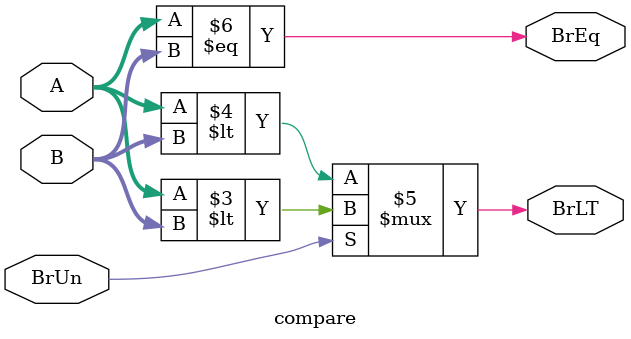
<source format=v>
module compare ( A, B , BrUn, BrEq, BrLT);
input [31:0] A;
input [31:0] B;
input BrUn;
output BrEq;
output BrLT;


wire less_signed;
wire less_unsigned;
assign less_signed = ($signed(A) < $signed(B));
assign less_unsigned = A < B;

assign  BrLT = BrUn? (A < B):($signed(A) < $signed(B));//less than
assign  BrEq =  (A == B);//equal to

endmodule

</source>
